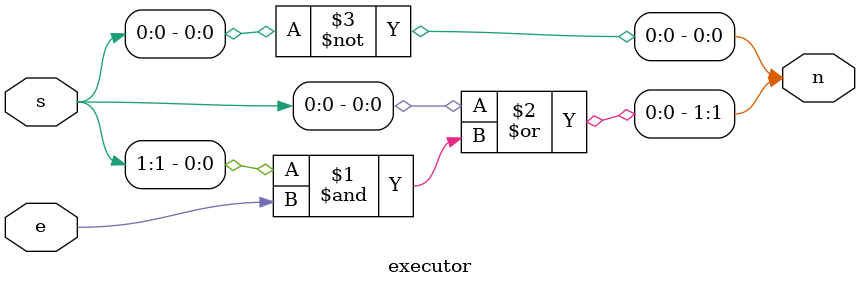
<source format=v>
module executor
(
	input [1:0] s,
	input e,
	output [1:0] n
);
	assign n[1] = s[0] | s[1] & e;
	assign n[0] = ~s[0];

endmodule
</source>
